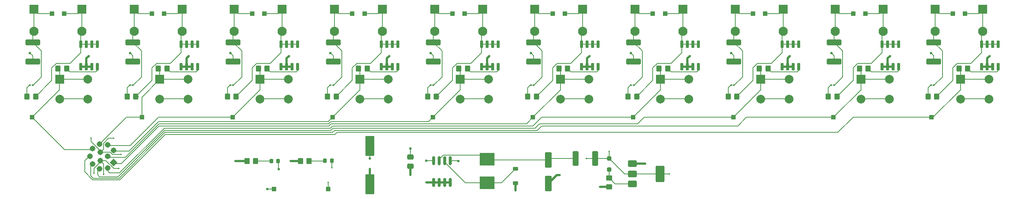
<source format=gtl>
G04 #@! TF.GenerationSoftware,KiCad,Pcbnew,9.0.0*
G04 #@! TF.CreationDate,2025-04-14T19:04:45-07:00*
G04 #@! TF.ProjectId,solenoid_10,736f6c65-6e6f-4696-945f-31302e6b6963,rev?*
G04 #@! TF.SameCoordinates,Original*
G04 #@! TF.FileFunction,Copper,L1,Top*
G04 #@! TF.FilePolarity,Positive*
%FSLAX46Y46*%
G04 Gerber Fmt 4.6, Leading zero omitted, Abs format (unit mm)*
G04 Created by KiCad (PCBNEW 9.0.0) date 2025-04-14 19:04:45*
%MOMM*%
%LPD*%
G01*
G04 APERTURE LIST*
G04 Aperture macros list*
%AMRoundRect*
0 Rectangle with rounded corners*
0 $1 Rounding radius*
0 $2 $3 $4 $5 $6 $7 $8 $9 X,Y pos of 4 corners*
0 Add a 4 corners polygon primitive as box body*
4,1,4,$2,$3,$4,$5,$6,$7,$8,$9,$2,$3,0*
0 Add four circle primitives for the rounded corners*
1,1,$1+$1,$2,$3*
1,1,$1+$1,$4,$5*
1,1,$1+$1,$6,$7*
1,1,$1+$1,$8,$9*
0 Add four rect primitives between the rounded corners*
20,1,$1+$1,$2,$3,$4,$5,0*
20,1,$1+$1,$4,$5,$6,$7,0*
20,1,$1+$1,$6,$7,$8,$9,0*
20,1,$1+$1,$8,$9,$2,$3,0*%
%AMRotRect*
0 Rectangle, with rotation*
0 The origin of the aperture is its center*
0 $1 length*
0 $2 width*
0 $3 Rotation angle, in degrees counterclockwise*
0 Add horizontal line*
21,1,$1,$2,0,0,$3*%
G04 Aperture macros list end*
G04 #@! TA.AperFunction,SMDPad,CuDef*
%ADD10RoundRect,0.250000X0.350000X0.450000X-0.350000X0.450000X-0.350000X-0.450000X0.350000X-0.450000X0*%
G04 #@! TD*
G04 #@! TA.AperFunction,SMDPad,CuDef*
%ADD11R,1.000000X1.000000*%
G04 #@! TD*
G04 #@! TA.AperFunction,SMDPad,CuDef*
%ADD12RoundRect,0.250000X1.450000X-0.400000X1.450000X0.400000X-1.450000X0.400000X-1.450000X-0.400000X0*%
G04 #@! TD*
G04 #@! TA.AperFunction,SMDPad,CuDef*
%ADD13RoundRect,0.250000X-0.350000X-0.450000X0.350000X-0.450000X0.350000X0.450000X-0.350000X0.450000X0*%
G04 #@! TD*
G04 #@! TA.AperFunction,SMDPad,CuDef*
%ADD14RoundRect,0.150000X0.150000X-0.725000X0.150000X0.725000X-0.150000X0.725000X-0.150000X-0.725000X0*%
G04 #@! TD*
G04 #@! TA.AperFunction,SMDPad,CuDef*
%ADD15RoundRect,0.225000X-0.375000X0.225000X-0.375000X-0.225000X0.375000X-0.225000X0.375000X0.225000X0*%
G04 #@! TD*
G04 #@! TA.AperFunction,SMDPad,CuDef*
%ADD16RoundRect,0.100000X-0.130000X-0.100000X0.130000X-0.100000X0.130000X0.100000X-0.130000X0.100000X0*%
G04 #@! TD*
G04 #@! TA.AperFunction,ComponentPad*
%ADD17R,2.000000X2.000000*%
G04 #@! TD*
G04 #@! TA.AperFunction,ComponentPad*
%ADD18C,2.000000*%
G04 #@! TD*
G04 #@! TA.AperFunction,SMDPad,CuDef*
%ADD19RoundRect,0.250000X-0.300000X-0.300000X0.300000X-0.300000X0.300000X0.300000X-0.300000X0.300000X0*%
G04 #@! TD*
G04 #@! TA.AperFunction,SMDPad,CuDef*
%ADD20RoundRect,0.250001X-0.799999X2.049999X-0.799999X-2.049999X0.799999X-2.049999X0.799999X2.049999X0*%
G04 #@! TD*
G04 #@! TA.AperFunction,SMDPad,CuDef*
%ADD21RoundRect,0.218750X-0.218750X-0.256250X0.218750X-0.256250X0.218750X0.256250X-0.218750X0.256250X0*%
G04 #@! TD*
G04 #@! TA.AperFunction,SMDPad,CuDef*
%ADD22RoundRect,0.250000X-0.250000X0.250000X-0.250000X-0.250000X0.250000X-0.250000X0.250000X0.250000X0*%
G04 #@! TD*
G04 #@! TA.AperFunction,SMDPad,CuDef*
%ADD23RoundRect,0.250000X-0.475000X0.337500X-0.475000X-0.337500X0.475000X-0.337500X0.475000X0.337500X0*%
G04 #@! TD*
G04 #@! TA.AperFunction,SMDPad,CuDef*
%ADD24RoundRect,0.250000X-0.750000X-0.500000X0.750000X-0.500000X0.750000X0.500000X-0.750000X0.500000X0*%
G04 #@! TD*
G04 #@! TA.AperFunction,SMDPad,CuDef*
%ADD25RoundRect,0.250000X-0.750000X-1.650000X0.750000X-1.650000X0.750000X1.650000X-0.750000X1.650000X0*%
G04 #@! TD*
G04 #@! TA.AperFunction,SMDPad,CuDef*
%ADD26RoundRect,0.150000X-0.150000X0.825000X-0.150000X-0.825000X0.150000X-0.825000X0.150000X0.825000X0*%
G04 #@! TD*
G04 #@! TA.AperFunction,SMDPad,CuDef*
%ADD27RoundRect,0.250000X-0.550000X1.500000X-0.550000X-1.500000X0.550000X-1.500000X0.550000X1.500000X0*%
G04 #@! TD*
G04 #@! TA.AperFunction,ComponentPad*
%ADD28RotRect,1.308000X1.308000X315.000000*%
G04 #@! TD*
G04 #@! TA.AperFunction,ComponentPad*
%ADD29C,1.308000*%
G04 #@! TD*
G04 #@! TA.AperFunction,SMDPad,CuDef*
%ADD30RoundRect,0.250000X-0.400000X-1.450000X0.400000X-1.450000X0.400000X1.450000X-0.400000X1.450000X0*%
G04 #@! TD*
G04 #@! TA.AperFunction,SMDPad,CuDef*
%ADD31RoundRect,0.250000X-0.450000X0.350000X-0.450000X-0.350000X0.450000X-0.350000X0.450000X0.350000X0*%
G04 #@! TD*
G04 #@! TA.AperFunction,SMDPad,CuDef*
%ADD32R,3.500000X2.950000*%
G04 #@! TD*
G04 #@! TA.AperFunction,ComponentPad*
%ADD33R,2.100000X2.100000*%
G04 #@! TD*
G04 #@! TA.AperFunction,ComponentPad*
%ADD34C,2.100000*%
G04 #@! TD*
G04 #@! TA.AperFunction,ViaPad*
%ADD35C,0.600000*%
G04 #@! TD*
G04 #@! TA.AperFunction,ViaPad*
%ADD36C,0.350000*%
G04 #@! TD*
G04 #@! TA.AperFunction,ViaPad*
%ADD37C,0.500000*%
G04 #@! TD*
G04 #@! TA.AperFunction,Conductor*
%ADD38C,0.200000*%
G04 #@! TD*
G04 #@! TA.AperFunction,Conductor*
%ADD39C,0.500000*%
G04 #@! TD*
G04 APERTURE END LIST*
D10*
X137613376Y-89209500D03*
X135613376Y-89209500D03*
D11*
X228800000Y-94000000D03*
D12*
X159913376Y-81234500D03*
X159913376Y-76784500D03*
X297913376Y-81234500D03*
X297913376Y-76784500D03*
D13*
X257738376Y-82809500D03*
X259738376Y-82809500D03*
D14*
X147958376Y-82384500D03*
X149228376Y-82384500D03*
X150498376Y-82384500D03*
X151768376Y-82384500D03*
X151768376Y-77234500D03*
X150498376Y-77234500D03*
X149228376Y-77234500D03*
X147958376Y-77234500D03*
D12*
X228913376Y-81234500D03*
X228913376Y-76784500D03*
D15*
X224800000Y-105850000D03*
X224800000Y-109150000D03*
D11*
X205800000Y-94000000D03*
D16*
X159293376Y-86659500D03*
X159933376Y-86659500D03*
D13*
X165738376Y-82809500D03*
X167738376Y-82809500D03*
D17*
X143088376Y-85309500D03*
D18*
X149588376Y-85309500D03*
X143088376Y-89809500D03*
X149588376Y-89809500D03*
D14*
X285958376Y-82384500D03*
X287228376Y-82384500D03*
X288498376Y-82384500D03*
X289768376Y-82384500D03*
X289768376Y-77234500D03*
X288498376Y-77234500D03*
X287228376Y-77234500D03*
X285958376Y-77234500D03*
X239958376Y-82384500D03*
X241228376Y-82384500D03*
X242498376Y-82384500D03*
X243768376Y-82384500D03*
X243768376Y-77234500D03*
X242498376Y-77234500D03*
X241228376Y-77234500D03*
X239958376Y-77234500D03*
D16*
X113293375Y-86659500D03*
X113933375Y-86659500D03*
D10*
X252613376Y-89209500D03*
X250613376Y-89209500D03*
D13*
X119738375Y-82809500D03*
X121738375Y-82809500D03*
D19*
X302313376Y-70159500D03*
X305113376Y-70159500D03*
D10*
X275613376Y-89209500D03*
X273613376Y-89209500D03*
D13*
X188738376Y-82809500D03*
X190738376Y-82809500D03*
D16*
X182293376Y-86659500D03*
X182933376Y-86659500D03*
D10*
X229613376Y-89209500D03*
X227613376Y-89209500D03*
D20*
X191300000Y-100600000D03*
X191300000Y-109400000D03*
D19*
X141313376Y-70159500D03*
X144113376Y-70159500D03*
D16*
X251293376Y-86659500D03*
X251933376Y-86659500D03*
D10*
X298613376Y-89209500D03*
X296613376Y-89209500D03*
D21*
X181012500Y-104000000D03*
X182587500Y-104000000D03*
D22*
X246300000Y-103500000D03*
X246300000Y-106000000D03*
D16*
X136293376Y-86659500D03*
X136933376Y-86659500D03*
D12*
X182913376Y-81234500D03*
X182913376Y-76784500D03*
D13*
X142738376Y-82809500D03*
X144738376Y-82809500D03*
D12*
X274913376Y-81234500D03*
X274913376Y-76784500D03*
D11*
X181800000Y-110500000D03*
D19*
X187313376Y-70159500D03*
X190113376Y-70159500D03*
D17*
X304088376Y-85309500D03*
D18*
X310588376Y-85309500D03*
X304088376Y-89809500D03*
X310588376Y-89809500D03*
D17*
X258088376Y-85309500D03*
D18*
X264588376Y-85309500D03*
X258088376Y-89809500D03*
X264588376Y-89809500D03*
D17*
X235088376Y-85309500D03*
D18*
X241588376Y-85309500D03*
X235088376Y-89809500D03*
X241588376Y-89809500D03*
D23*
X200645000Y-103162500D03*
X200645000Y-105237500D03*
D17*
X326963376Y-85309500D03*
D18*
X333463376Y-85309500D03*
X326963376Y-89809500D03*
X333463376Y-89809500D03*
D11*
X182800000Y-94000000D03*
D12*
X320788376Y-81234500D03*
X320788376Y-76784500D03*
X113913375Y-81234500D03*
X113913375Y-76784500D03*
D11*
X169300000Y-110500000D03*
D13*
X211738376Y-82809500D03*
X213738376Y-82809500D03*
D16*
X205293376Y-86659500D03*
X205933376Y-86659500D03*
D24*
X251650000Y-104700000D03*
X251650000Y-107000000D03*
D25*
X257950000Y-107000000D03*
D24*
X251650000Y-109300000D03*
D14*
X124958375Y-82384500D03*
X126228375Y-82384500D03*
X127498375Y-82384500D03*
X128768375Y-82384500D03*
X128768375Y-77234500D03*
X127498375Y-77234500D03*
X126228375Y-77234500D03*
X124958375Y-77234500D03*
D19*
X256313376Y-70159500D03*
X259113376Y-70159500D03*
D14*
X308958376Y-82384500D03*
X310228376Y-82384500D03*
X311498376Y-82384500D03*
X312768376Y-82384500D03*
X312768376Y-77234500D03*
X311498376Y-77234500D03*
X310228376Y-77234500D03*
X308958376Y-77234500D03*
D19*
X279313376Y-70159500D03*
X282113376Y-70159500D03*
D13*
X280738376Y-82809500D03*
X282738376Y-82809500D03*
D21*
X168712500Y-104075000D03*
X170287500Y-104075000D03*
D19*
X164313376Y-70159500D03*
X167113376Y-70159500D03*
D10*
X114613375Y-89209500D03*
X112613375Y-89209500D03*
D14*
X262958376Y-82384500D03*
X264228376Y-82384500D03*
X265498376Y-82384500D03*
X266768376Y-82384500D03*
X266768376Y-77234500D03*
X265498376Y-77234500D03*
X264228376Y-77234500D03*
X262958376Y-77234500D03*
D26*
X209800000Y-104000000D03*
X208530000Y-104000000D03*
X207260000Y-104000000D03*
X205990000Y-104000000D03*
X205990000Y-108950000D03*
X207260000Y-108950000D03*
X208530000Y-108950000D03*
X209800000Y-108950000D03*
D27*
X232300000Y-103800000D03*
X232300000Y-109200000D03*
D13*
X163125000Y-104100000D03*
X165125000Y-104100000D03*
D16*
X228293376Y-86659500D03*
X228933376Y-86659500D03*
D13*
X326613376Y-82809500D03*
X328613376Y-82809500D03*
D16*
X274293376Y-86659500D03*
X274933376Y-86659500D03*
D10*
X321488376Y-89209500D03*
X319488376Y-89209500D03*
D19*
X210313376Y-70159500D03*
X213113376Y-70159500D03*
D13*
X175400000Y-104050000D03*
X177400000Y-104050000D03*
D14*
X216958376Y-82384500D03*
X218228376Y-82384500D03*
X219498376Y-82384500D03*
X220768376Y-82384500D03*
X220768376Y-77234500D03*
X219498376Y-77234500D03*
X218228376Y-77234500D03*
X216958376Y-77234500D03*
D12*
X205913376Y-81234500D03*
X205913376Y-76784500D03*
D28*
X132524371Y-104428356D03*
D29*
X132525078Y-101573766D03*
X131128542Y-100328551D03*
X129263195Y-100195615D03*
X127704024Y-101228698D03*
X127100155Y-102999293D03*
X127702610Y-104769888D03*
X129261781Y-105804385D03*
X131127128Y-105671449D03*
X131100258Y-103000000D03*
X129449871Y-102046820D03*
X129449871Y-103953180D03*
D10*
X160613376Y-89209500D03*
X158613376Y-89209500D03*
X183613376Y-89209500D03*
X181613376Y-89209500D03*
D13*
X303738376Y-82809500D03*
X305738376Y-82809500D03*
D11*
X251800000Y-94000000D03*
X274800000Y-94000000D03*
D17*
X189088376Y-85309500D03*
D18*
X195588376Y-85309500D03*
X189088376Y-89809500D03*
X195588376Y-89809500D03*
D10*
X206613376Y-89209500D03*
X204613376Y-89209500D03*
D19*
X233313376Y-70159500D03*
X236113376Y-70159500D03*
D11*
X320300000Y-94000000D03*
D16*
X320168376Y-86659500D03*
X320808376Y-86659500D03*
D17*
X212088376Y-85309500D03*
D18*
X218588376Y-85309500D03*
X212088376Y-89809500D03*
X218588376Y-89809500D03*
D19*
X118313375Y-70159500D03*
X121113375Y-70159500D03*
D14*
X331833376Y-82384500D03*
X333103376Y-82384500D03*
X334373376Y-82384500D03*
X335643376Y-82384500D03*
X335643376Y-77234500D03*
X334373376Y-77234500D03*
X333103376Y-77234500D03*
X331833376Y-77234500D03*
D12*
X251913376Y-81234500D03*
X251913376Y-76784500D03*
D11*
X139000000Y-94000000D03*
X159800000Y-94000000D03*
X113800000Y-94000000D03*
D14*
X170958376Y-82384500D03*
X172228376Y-82384500D03*
X173498376Y-82384500D03*
X174768376Y-82384500D03*
X174768376Y-77234500D03*
X173498376Y-77234500D03*
X172228376Y-77234500D03*
X170958376Y-77234500D03*
D19*
X325188376Y-70159500D03*
X327988376Y-70159500D03*
D16*
X297293376Y-86659500D03*
X297933376Y-86659500D03*
D17*
X166088376Y-85309500D03*
D18*
X172588376Y-85309500D03*
X166088376Y-89809500D03*
X172588376Y-89809500D03*
D30*
X238575000Y-103500000D03*
X243025000Y-103500000D03*
D17*
X281088376Y-85309500D03*
D18*
X287588376Y-85309500D03*
X281088376Y-89809500D03*
X287588376Y-89809500D03*
D31*
X246300000Y-108000000D03*
X246300000Y-110000000D03*
D32*
X218300000Y-109100000D03*
X218300000Y-103650000D03*
D17*
X120088375Y-85309500D03*
D18*
X126588375Y-85309500D03*
X120088375Y-89809500D03*
X126588375Y-89809500D03*
D12*
X136913376Y-81234500D03*
X136913376Y-76784500D03*
D11*
X297800000Y-94000000D03*
D13*
X234738376Y-82809500D03*
X236738376Y-82809500D03*
D14*
X193958376Y-82384500D03*
X195228376Y-82384500D03*
X196498376Y-82384500D03*
X197768376Y-82384500D03*
X197768376Y-77234500D03*
X196498376Y-77234500D03*
X195228376Y-77234500D03*
X193958376Y-77234500D03*
D33*
X125213375Y-69219500D03*
D34*
X125213375Y-74299500D03*
D33*
X160213376Y-69219500D03*
D34*
X160213376Y-74299500D03*
D33*
X321088376Y-69219500D03*
D34*
X321088376Y-74299500D03*
D33*
X206213376Y-69219500D03*
D34*
X206213376Y-74299500D03*
D33*
X229213376Y-69219500D03*
D34*
X229213376Y-74299500D03*
D33*
X194213376Y-69219500D03*
D34*
X194213376Y-74299500D03*
D33*
X240213376Y-69219500D03*
D34*
X240213376Y-74299500D03*
D33*
X252213376Y-69219500D03*
D34*
X252213376Y-74299500D03*
D33*
X148213376Y-69219500D03*
D34*
X148213376Y-74299500D03*
D33*
X183213376Y-69219500D03*
D34*
X183213376Y-74299500D03*
D33*
X298213376Y-69219500D03*
D34*
X298213376Y-74299500D03*
D33*
X263213376Y-69219500D03*
D34*
X263213376Y-74299500D03*
D33*
X137213376Y-69219500D03*
D34*
X137213376Y-74299500D03*
D33*
X309213376Y-69219500D03*
D34*
X309213376Y-74299500D03*
D33*
X171213376Y-69219500D03*
D34*
X171213376Y-74299500D03*
D33*
X114213375Y-69219500D03*
D34*
X114213375Y-74299500D03*
D33*
X286213376Y-69219500D03*
D34*
X286213376Y-74299500D03*
D33*
X275213376Y-69219500D03*
D34*
X275213376Y-74299500D03*
D33*
X332088376Y-69219500D03*
D34*
X332088376Y-74299500D03*
D33*
X217213376Y-69219500D03*
D34*
X217213376Y-74299500D03*
D35*
X191300000Y-103500000D03*
D36*
X134200000Y-102550000D03*
X132500000Y-98850000D03*
D35*
X182300001Y-79250000D03*
X251300001Y-79250000D03*
X274300001Y-79250000D03*
X320175001Y-79250000D03*
X200645000Y-101155000D03*
X228300001Y-79250000D03*
X204250000Y-104000000D03*
X211650000Y-104050000D03*
X297300001Y-79250000D03*
X113300000Y-79250000D03*
X170400000Y-105900000D03*
X136300001Y-79250000D03*
X167800000Y-110500000D03*
D36*
X127350000Y-98850000D03*
D35*
X205300001Y-79250000D03*
X159300001Y-79250000D03*
D37*
X160450000Y-104100000D03*
D36*
X133700000Y-105800000D03*
D37*
X204300000Y-109000000D03*
X264800001Y-79900000D03*
X195800001Y-79900000D03*
X244150000Y-110000000D03*
X149800001Y-79900000D03*
D36*
X130200000Y-107150000D03*
D37*
X200650000Y-107250000D03*
X224800000Y-110800000D03*
X234950000Y-107250000D03*
D36*
X128000000Y-106850000D03*
D37*
X218800001Y-79900000D03*
X126800000Y-79900000D03*
X254550000Y-104650000D03*
X172800001Y-79900000D03*
X333675001Y-79900000D03*
X191350000Y-105850000D03*
X173150000Y-104050000D03*
X241800001Y-79900000D03*
X310800001Y-79900000D03*
X287800001Y-79900000D03*
D36*
X246300000Y-101900000D03*
X241000000Y-103500000D03*
X260100000Y-107000000D03*
X181800000Y-108950000D03*
X182587500Y-105562500D03*
D38*
X136913376Y-81234500D02*
X136913376Y-79863375D01*
X211600000Y-104000000D02*
X211650000Y-104050000D01*
X320788376Y-81234500D02*
X320788376Y-79863375D01*
X205913376Y-79863375D02*
X205300001Y-79250000D01*
X228913376Y-79863375D02*
X228300001Y-79250000D01*
X132221448Y-102550000D02*
X134200000Y-102550000D01*
X251913376Y-81234500D02*
X251913376Y-79863375D01*
X274913376Y-81234500D02*
X274913376Y-79863375D01*
X297913376Y-79863375D02*
X297300001Y-79250000D01*
X205990000Y-104000000D02*
X204250000Y-104000000D01*
X169300000Y-110500000D02*
X167800000Y-110500000D01*
X159913376Y-81234500D02*
X159913376Y-79863375D01*
X127350000Y-99562284D02*
X129449871Y-101662155D01*
X191300000Y-100600000D02*
X191300000Y-103500000D01*
X131327229Y-98850000D02*
X132500000Y-98850000D01*
X130168195Y-101328496D02*
X130168195Y-100009034D01*
X320788376Y-79863375D02*
X320175001Y-79250000D01*
X274913376Y-79863375D02*
X274300001Y-79250000D01*
X251913376Y-79863375D02*
X251300001Y-79250000D01*
X182913376Y-81234500D02*
X182913376Y-79863375D01*
X127350000Y-98850000D02*
X127350000Y-99562284D01*
X129449871Y-101662155D02*
X129449871Y-102046820D01*
X113913375Y-79863375D02*
X113300000Y-79250000D01*
X159913376Y-79863375D02*
X159300001Y-79250000D01*
X170375000Y-104075000D02*
X170375000Y-105875000D01*
X297913376Y-81234500D02*
X297913376Y-79863375D01*
X131718268Y-102046820D02*
X132221448Y-102550000D01*
X182913376Y-79863375D02*
X182300001Y-79250000D01*
X129449871Y-102046820D02*
X131718268Y-102046820D01*
X113913375Y-81234500D02*
X113913375Y-79863375D01*
X200645000Y-103162500D02*
X200645000Y-101155000D01*
X205913376Y-81234500D02*
X205913376Y-79863375D01*
X170375000Y-105875000D02*
X170400000Y-105900000D01*
X129449871Y-102046820D02*
X130168195Y-101328496D01*
X209800000Y-104000000D02*
X211600000Y-104000000D01*
X228913376Y-81234500D02*
X228913376Y-79863375D01*
X200650000Y-101150000D02*
X200645000Y-101155000D01*
X130168195Y-100009034D02*
X131327229Y-98850000D01*
X136913376Y-79863375D02*
X136300001Y-79250000D01*
D39*
X331833376Y-82384500D02*
X334373376Y-82384500D01*
X310228376Y-80471625D02*
X310800001Y-79900000D01*
X195228376Y-82384500D02*
X195228376Y-80471625D01*
D38*
X129449871Y-103953180D02*
X130688723Y-103953180D01*
D39*
X310228376Y-82384500D02*
X310228376Y-80471625D01*
X205990000Y-108950000D02*
X209800000Y-108950000D01*
X264228376Y-80471625D02*
X264800001Y-79900000D01*
D38*
X129449871Y-104302491D02*
X128000000Y-105752362D01*
D39*
X264228376Y-82384500D02*
X264228376Y-80471625D01*
X234250000Y-107250000D02*
X234950000Y-107250000D01*
X170958376Y-82384500D02*
X173498376Y-82384500D01*
X239958376Y-82384500D02*
X242498376Y-82384500D01*
X175400000Y-104050000D02*
X173150000Y-104050000D01*
X124958375Y-82384500D02*
X127498375Y-82384500D01*
X287228376Y-80471625D02*
X287800001Y-79900000D01*
X333103376Y-80471625D02*
X333675001Y-79900000D01*
X147958376Y-82384500D02*
X150498376Y-82384500D01*
X191300000Y-109400000D02*
X191300000Y-105900000D01*
X126228375Y-80471625D02*
X126800000Y-79900000D01*
X254500000Y-104700000D02*
X254550000Y-104650000D01*
X333103376Y-82384500D02*
X333103376Y-80471625D01*
D38*
X132535543Y-105800000D02*
X133700000Y-105800000D01*
D39*
X172228376Y-80471625D02*
X172800001Y-79900000D01*
X191300000Y-105900000D02*
X191350000Y-105850000D01*
X172228376Y-82384500D02*
X172228376Y-80471625D01*
X218228376Y-82384500D02*
X218228376Y-80471625D01*
X200645000Y-105237500D02*
X200645000Y-107245000D01*
X308958376Y-82384500D02*
X311498376Y-82384500D01*
X204350000Y-108950000D02*
X204300000Y-109000000D01*
X218228376Y-80471625D02*
X218800001Y-79900000D01*
X149228376Y-82384500D02*
X149228376Y-80471625D01*
X205990000Y-108950000D02*
X204350000Y-108950000D01*
X193958376Y-82384500D02*
X196498376Y-82384500D01*
X251650000Y-104700000D02*
X254500000Y-104700000D01*
X246300000Y-110000000D02*
X244150000Y-110000000D01*
D38*
X130688723Y-103953180D02*
X132535543Y-105800000D01*
D39*
X262958376Y-82384500D02*
X265498376Y-82384500D01*
X195228376Y-80471625D02*
X195800001Y-79900000D01*
D38*
X128000000Y-105752362D02*
X128000000Y-106850000D01*
D39*
X241228376Y-80471625D02*
X241800001Y-79900000D01*
X224800000Y-109150000D02*
X224800000Y-110800000D01*
X149228376Y-80471625D02*
X149800001Y-79900000D01*
X216958376Y-82384500D02*
X219498376Y-82384500D01*
D38*
X130200000Y-104703309D02*
X130200000Y-107150000D01*
D39*
X200645000Y-107245000D02*
X200650000Y-107250000D01*
D38*
X129449871Y-103953180D02*
X129449871Y-104302491D01*
D39*
X241228376Y-82384500D02*
X241228376Y-80471625D01*
X287228376Y-82384500D02*
X287228376Y-80471625D01*
X163125000Y-104100000D02*
X160450000Y-104100000D01*
D38*
X129449871Y-103953180D02*
X130200000Y-104703309D01*
D39*
X126228375Y-82384500D02*
X126228375Y-80471625D01*
X285958376Y-82384500D02*
X288498376Y-82384500D01*
X232300000Y-109200000D02*
X234250000Y-107250000D01*
D38*
X218300000Y-103650000D02*
X217374000Y-102724000D01*
X218450000Y-103800000D02*
X218300000Y-103650000D01*
X208189032Y-102724000D02*
X207260000Y-103653032D01*
X217374000Y-102724000D02*
X208189032Y-102724000D01*
X207260000Y-103653032D02*
X207260000Y-104000000D01*
X207260000Y-104974999D02*
X207260000Y-104000000D01*
X232300000Y-103800000D02*
X218450000Y-103800000D01*
X232600000Y-103500000D02*
X232300000Y-103800000D01*
X238575000Y-103500000D02*
X232600000Y-103500000D01*
X113913375Y-76784500D02*
X113913375Y-74599500D01*
X115914375Y-78785500D02*
X113913375Y-76784500D01*
X118313375Y-70159500D02*
X115153375Y-70159500D01*
X114213375Y-69219500D02*
X114213375Y-74299500D01*
X114020875Y-86659500D02*
X115914375Y-84766000D01*
X115914375Y-84766000D02*
X115914375Y-78785500D01*
X115153375Y-70159500D02*
X114213375Y-69219500D01*
X113913375Y-74599500D02*
X114213375Y-74299500D01*
X124958375Y-77234500D02*
X128768375Y-77234500D01*
X118300000Y-82661715D02*
X119361715Y-81600000D01*
X125213375Y-74299500D02*
X125213375Y-69219500D01*
X121113375Y-70159500D02*
X124273375Y-70159500D01*
X124958375Y-74554500D02*
X125213375Y-74299500D01*
X118300000Y-85522875D02*
X118300000Y-82661715D01*
X124958375Y-79141625D02*
X124958375Y-77234500D01*
X119361715Y-81600000D02*
X122500000Y-81600000D01*
X122500000Y-81600000D02*
X124958375Y-79141625D01*
X124958375Y-77234500D02*
X124958375Y-74554500D01*
X114613375Y-89209500D02*
X118300000Y-85522875D01*
X124273375Y-70159500D02*
X125213375Y-69219500D01*
X114613375Y-89209500D02*
X115213375Y-89209500D01*
X208530000Y-104000000D02*
X208530000Y-103653032D01*
X208530000Y-104000000D02*
X208530000Y-104346968D01*
X208530000Y-104346968D02*
X213283032Y-109100000D01*
X213283032Y-109100000D02*
X218300000Y-109100000D01*
X221550000Y-109100000D02*
X224800000Y-105850000D01*
X218300000Y-109100000D02*
X221550000Y-109100000D01*
X138914376Y-84766000D02*
X138914376Y-78785500D01*
X136913376Y-74599500D02*
X137213376Y-74299500D01*
X137213376Y-69219500D02*
X137213376Y-74299500D01*
X137020876Y-86659500D02*
X138914376Y-84766000D01*
X136913376Y-76784500D02*
X136913376Y-74599500D01*
X141313376Y-70159500D02*
X138153376Y-70159500D01*
X138153376Y-70159500D02*
X137213376Y-69219500D01*
X138914376Y-78785500D02*
X136913376Y-76784500D01*
X145500001Y-81600000D02*
X147958376Y-79141625D01*
X144113376Y-70159500D02*
X147273376Y-70159500D01*
X141300001Y-82661715D02*
X142361716Y-81600000D01*
X148213376Y-74299500D02*
X148213376Y-69219500D01*
X147958376Y-79141625D02*
X147958376Y-77234500D01*
X137613376Y-89209500D02*
X138213376Y-89209500D01*
X147273376Y-70159500D02*
X148213376Y-69219500D01*
X147958376Y-77234500D02*
X151768376Y-77234500D01*
X147958376Y-77234500D02*
X147958376Y-74554500D01*
X142361716Y-81600000D02*
X145500001Y-81600000D01*
X137613376Y-89209500D02*
X141300001Y-85522875D01*
X141300001Y-85522875D02*
X141300001Y-82661715D01*
X147958376Y-74554500D02*
X148213376Y-74299500D01*
X170958376Y-74554500D02*
X171213376Y-74299500D01*
X171213376Y-74299500D02*
X171213376Y-69219500D01*
X164300001Y-85522875D02*
X164300001Y-82661715D01*
X170958376Y-77234500D02*
X174768376Y-77234500D01*
X160613376Y-89209500D02*
X161213376Y-89209500D01*
X167113376Y-70159500D02*
X170273376Y-70159500D01*
X165361716Y-81600000D02*
X168500001Y-81600000D01*
X170273376Y-70159500D02*
X171213376Y-69219500D01*
X168500001Y-81600000D02*
X170958376Y-79141625D01*
X170958376Y-77234500D02*
X170958376Y-74554500D01*
X170958376Y-79141625D02*
X170958376Y-77234500D01*
X164300001Y-82661715D02*
X165361716Y-81600000D01*
X160613376Y-89209500D02*
X164300001Y-85522875D01*
X161914376Y-84766000D02*
X161914376Y-78785500D01*
X164313376Y-70159500D02*
X161153376Y-70159500D01*
X160020876Y-86659500D02*
X161914376Y-84766000D01*
X159913376Y-76784500D02*
X159913376Y-74599500D01*
X161914376Y-78785500D02*
X159913376Y-76784500D01*
X159913376Y-74599500D02*
X160213376Y-74299500D01*
X161153376Y-70159500D02*
X160213376Y-69219500D01*
X160213376Y-69219500D02*
X160213376Y-74299500D01*
X187300001Y-82661715D02*
X188361716Y-81600000D01*
X193958376Y-79141625D02*
X193958376Y-77234500D01*
X183613376Y-89209500D02*
X184213376Y-89209500D01*
X193273376Y-70159500D02*
X194213376Y-69219500D01*
X193958376Y-77234500D02*
X193958376Y-74554500D01*
X190113376Y-70159500D02*
X193273376Y-70159500D01*
X183613376Y-89209500D02*
X187300001Y-85522875D01*
X187300001Y-85522875D02*
X187300001Y-82661715D01*
X188361716Y-81600000D02*
X191500001Y-81600000D01*
X193958376Y-74554500D02*
X194213376Y-74299500D01*
X191500001Y-81600000D02*
X193958376Y-79141625D01*
X194213376Y-74299500D02*
X194213376Y-69219500D01*
X193958376Y-77234500D02*
X197768376Y-77234500D01*
X183020876Y-86659500D02*
X184914376Y-84766000D01*
X184153376Y-70159500D02*
X183213376Y-69219500D01*
X187313376Y-70159500D02*
X184153376Y-70159500D01*
X182913376Y-76784500D02*
X182913376Y-74599500D01*
X183213376Y-69219500D02*
X183213376Y-74299500D01*
X184914376Y-84766000D02*
X184914376Y-78785500D01*
X184914376Y-78785500D02*
X182913376Y-76784500D01*
X182913376Y-74599500D02*
X183213376Y-74299500D01*
X206020876Y-86659500D02*
X207914376Y-84766000D01*
X206213376Y-69219500D02*
X206213376Y-74299500D01*
X205913376Y-74599500D02*
X206213376Y-74299500D01*
X210313376Y-70159500D02*
X207153376Y-70159500D01*
X205913376Y-76784500D02*
X205913376Y-74599500D01*
X207914376Y-84766000D02*
X207914376Y-78785500D01*
X207914376Y-78785500D02*
X205913376Y-76784500D01*
X207153376Y-70159500D02*
X206213376Y-69219500D01*
X216958376Y-79141625D02*
X216958376Y-77234500D01*
X213113376Y-70159500D02*
X216273376Y-70159500D01*
X217213376Y-74299500D02*
X217213376Y-69219500D01*
X214500001Y-81600000D02*
X216958376Y-79141625D01*
X216958376Y-77234500D02*
X220768376Y-77234500D01*
X216273376Y-70159500D02*
X217213376Y-69219500D01*
X211361716Y-81600000D02*
X214500001Y-81600000D01*
X206613376Y-89209500D02*
X210300001Y-85522875D01*
X216958376Y-77234500D02*
X216958376Y-74554500D01*
X216958376Y-74554500D02*
X217213376Y-74299500D01*
X206613376Y-89209500D02*
X207213376Y-89209500D01*
X210300001Y-85522875D02*
X210300001Y-82661715D01*
X210300001Y-82661715D02*
X211361716Y-81600000D01*
X229613376Y-89209500D02*
X233300001Y-85522875D01*
X240213376Y-74299500D02*
X240213376Y-69219500D01*
X239958376Y-77234500D02*
X239958376Y-74554500D01*
X229613376Y-89209500D02*
X230213376Y-89209500D01*
X233300001Y-82661715D02*
X234361716Y-81600000D01*
X234361716Y-81600000D02*
X237500001Y-81600000D01*
X239958376Y-79141625D02*
X239958376Y-77234500D01*
X239958376Y-74554500D02*
X240213376Y-74299500D01*
X239273376Y-70159500D02*
X240213376Y-69219500D01*
X236113376Y-70159500D02*
X239273376Y-70159500D01*
X239958376Y-77234500D02*
X243768376Y-77234500D01*
X233300001Y-85522875D02*
X233300001Y-82661715D01*
X237500001Y-81600000D02*
X239958376Y-79141625D01*
X230153376Y-70159500D02*
X229213376Y-69219500D01*
X229020876Y-86659500D02*
X230914376Y-84766000D01*
X230914376Y-78785500D02*
X228913376Y-76784500D01*
X233313376Y-70159500D02*
X230153376Y-70159500D01*
X229213376Y-69219500D02*
X229213376Y-74299500D01*
X230914376Y-84766000D02*
X230914376Y-78785500D01*
X228913376Y-76784500D02*
X228913376Y-74599500D01*
X228913376Y-74599500D02*
X229213376Y-74299500D01*
X256300001Y-85522875D02*
X256300001Y-82661715D01*
X262958376Y-77234500D02*
X266768376Y-77234500D01*
X252613376Y-89209500D02*
X256300001Y-85522875D01*
X257361716Y-81600000D02*
X260500001Y-81600000D01*
X256300001Y-82661715D02*
X257361716Y-81600000D01*
X260500001Y-81600000D02*
X262958376Y-79141625D01*
X262958376Y-77234500D02*
X262958376Y-74554500D01*
X262958376Y-79141625D02*
X262958376Y-77234500D01*
X263213376Y-74299500D02*
X263213376Y-69219500D01*
X252613376Y-89209500D02*
X253213376Y-89209500D01*
X262273376Y-70159500D02*
X263213376Y-69219500D01*
X262958376Y-74554500D02*
X263213376Y-74299500D01*
X259113376Y-70159500D02*
X262273376Y-70159500D01*
X251913376Y-76784500D02*
X251913376Y-74599500D01*
X253153376Y-70159500D02*
X252213376Y-69219500D01*
X252213376Y-69219500D02*
X252213376Y-74299500D01*
X251913376Y-74599500D02*
X252213376Y-74299500D01*
X253914376Y-78785500D02*
X251913376Y-76784500D01*
X252020876Y-86659500D02*
X253914376Y-84766000D01*
X256313376Y-70159500D02*
X253153376Y-70159500D01*
X253914376Y-84766000D02*
X253914376Y-78785500D01*
X276153376Y-70159500D02*
X275213376Y-69219500D01*
X274913376Y-76784500D02*
X274913376Y-74599500D01*
X274913376Y-74599500D02*
X275213376Y-74299500D01*
X275213376Y-69219500D02*
X275213376Y-74299500D01*
X276914376Y-78785500D02*
X274913376Y-76784500D01*
X279313376Y-70159500D02*
X276153376Y-70159500D01*
X275020876Y-86659500D02*
X276914376Y-84766000D01*
X276914376Y-84766000D02*
X276914376Y-78785500D01*
X285273376Y-70159500D02*
X286213376Y-69219500D01*
X279300001Y-82661715D02*
X280361716Y-81600000D01*
X283500001Y-81600000D02*
X285958376Y-79141625D01*
X285958376Y-79141625D02*
X285958376Y-77234500D01*
X279300001Y-85522875D02*
X279300001Y-82661715D01*
X285958376Y-77234500D02*
X285958376Y-74554500D01*
X280361716Y-81600000D02*
X283500001Y-81600000D01*
X285958376Y-74554500D02*
X286213376Y-74299500D01*
X286213376Y-74299500D02*
X286213376Y-69219500D01*
X275613376Y-89209500D02*
X276213376Y-89209500D01*
X275613376Y-89209500D02*
X279300001Y-85522875D01*
X285958376Y-77234500D02*
X289768376Y-77234500D01*
X282113376Y-70159500D02*
X285273376Y-70159500D01*
X297913376Y-74599500D02*
X298213376Y-74299500D01*
X299153376Y-70159500D02*
X298213376Y-69219500D01*
X299914376Y-78785500D02*
X297913376Y-76784500D01*
X302313376Y-70159500D02*
X299153376Y-70159500D01*
X299914376Y-84766000D02*
X299914376Y-78785500D01*
X298020876Y-86659500D02*
X299914376Y-84766000D01*
X298213376Y-69219500D02*
X298213376Y-74299500D01*
X297913376Y-76784500D02*
X297913376Y-74599500D01*
X308273376Y-70159500D02*
X309213376Y-69219500D01*
X306500001Y-81600000D02*
X308958376Y-79141625D01*
X309213376Y-74299500D02*
X309213376Y-69219500D01*
X302300001Y-82661715D02*
X303361716Y-81600000D01*
X303361716Y-81600000D02*
X306500001Y-81600000D01*
X308958376Y-77234500D02*
X312768376Y-77234500D01*
X308958376Y-77234500D02*
X308958376Y-74554500D01*
X302300001Y-85522875D02*
X302300001Y-82661715D01*
X305113376Y-70159500D02*
X308273376Y-70159500D01*
X298613376Y-89209500D02*
X302300001Y-85522875D01*
X308958376Y-79141625D02*
X308958376Y-77234500D01*
X308958376Y-74554500D02*
X309213376Y-74299500D01*
X298613376Y-89209500D02*
X299213376Y-89209500D01*
X325175001Y-85522875D02*
X325175001Y-82661715D01*
X326236716Y-81600000D02*
X329375001Y-81600000D01*
X331148376Y-70159500D02*
X332088376Y-69219500D01*
X321488376Y-89209500D02*
X325175001Y-85522875D01*
X331833376Y-74554500D02*
X332088376Y-74299500D01*
X329375001Y-81600000D02*
X331833376Y-79141625D01*
X331833376Y-77234500D02*
X331833376Y-74554500D01*
X327988376Y-70159500D02*
X331148376Y-70159500D01*
X332088376Y-74299500D02*
X332088376Y-69219500D01*
X331833376Y-79141625D02*
X331833376Y-77234500D01*
X325175001Y-82661715D02*
X326236716Y-81600000D01*
X321488376Y-89209500D02*
X322088376Y-89209500D01*
X331833376Y-77234500D02*
X335643376Y-77234500D01*
X321088376Y-69219500D02*
X321088376Y-74299500D01*
X322789376Y-84766000D02*
X322789376Y-78785500D01*
X322789376Y-78785500D02*
X320788376Y-76784500D01*
X325188376Y-70159500D02*
X322028376Y-70159500D01*
X320895876Y-86659500D02*
X322789376Y-84766000D01*
X320788376Y-74599500D02*
X321088376Y-74299500D01*
X320788376Y-76784500D02*
X320788376Y-74599500D01*
X322028376Y-70159500D02*
X321088376Y-69219500D01*
X251650000Y-109300000D02*
X247600000Y-109300000D01*
X247600000Y-109300000D02*
X246300000Y-108000000D01*
X246300000Y-106000000D02*
X246300000Y-108000000D01*
X251650000Y-107000000D02*
X249800000Y-107000000D01*
X333462176Y-89798900D02*
X326962176Y-89798900D01*
X264587176Y-89798900D02*
X258087176Y-89798900D01*
X241587176Y-89798900D02*
X235087176Y-89798900D01*
X195587176Y-89798900D02*
X189087176Y-89798900D01*
X243025000Y-103500000D02*
X241000000Y-103500000D01*
X172587176Y-89798900D02*
X166087176Y-89798900D01*
X218587176Y-89798900D02*
X212087176Y-89798900D01*
X243025000Y-103500000D02*
X246300000Y-103500000D01*
X257950000Y-107000000D02*
X260100000Y-107000000D01*
X249800000Y-107000000D02*
X246300000Y-103500000D01*
X257950000Y-107000000D02*
X251650000Y-107000000D01*
X149587176Y-89798900D02*
X143087176Y-89798900D01*
X126587175Y-89798900D02*
X120087175Y-89798900D01*
X246300000Y-103500000D02*
X246300000Y-101900000D01*
X182587500Y-104000000D02*
X182587500Y-105562500D01*
X181800000Y-108950000D02*
X181800000Y-108900000D01*
X310587176Y-89798900D02*
X304087176Y-89798900D01*
X287587176Y-89798900D02*
X281087176Y-89798900D01*
X181800000Y-110500000D02*
X181800000Y-108950000D01*
X258087176Y-87712825D02*
X258087176Y-85298900D01*
X258088376Y-85309500D02*
X258088376Y-83159500D01*
X130700000Y-105870000D02*
X131580000Y-106750000D01*
X264588376Y-85309500D02*
X258088376Y-85309500D01*
X230800000Y-94000000D02*
X251800000Y-94000000D01*
X131580000Y-106750000D02*
X133887200Y-106750000D01*
X228800000Y-96000000D02*
X230800000Y-94000000D01*
X133887200Y-106750000D02*
X144137200Y-96500000D01*
X251800000Y-94000000D02*
X258088376Y-87711625D01*
X144137200Y-96500000D02*
X182300000Y-96500000D01*
X182800000Y-96000000D02*
X228800000Y-96000000D01*
X258088376Y-83159500D02*
X257738376Y-82809500D01*
X182300000Y-96500000D02*
X182800000Y-96000000D01*
X212087176Y-87712825D02*
X212087176Y-85298900D01*
X212088376Y-85309500D02*
X212088376Y-83159500D01*
X212088376Y-83159500D02*
X211738376Y-82809500D01*
X182367100Y-95000000D02*
X204800000Y-95000000D01*
X135167100Y-103200000D02*
X142867100Y-95500000D01*
X181867100Y-95500000D02*
X182367100Y-95000000D01*
X142867100Y-95500000D02*
X181867100Y-95500000D01*
X130670000Y-103200000D02*
X135167100Y-103200000D01*
X205800000Y-94000000D02*
X212088375Y-87711625D01*
X204800000Y-95000000D02*
X205800000Y-94000000D01*
X218588376Y-85309500D02*
X212088376Y-85309500D01*
X183300000Y-97000000D02*
X229800000Y-97000000D01*
X229800000Y-97000000D02*
X230800000Y-96000000D01*
X127845388Y-108049000D02*
X133722400Y-108049000D01*
X277800000Y-94000000D02*
X297800000Y-94000000D01*
X297800000Y-94000000D02*
X304088375Y-87711625D01*
X127270000Y-107473612D02*
X127845388Y-108049000D01*
X230800000Y-96000000D02*
X275800000Y-96000000D01*
X304088376Y-83159500D02*
X303738376Y-82809500D01*
X144271400Y-97500000D02*
X182800000Y-97500000D01*
X304088376Y-85309500D02*
X304088376Y-83159500D01*
X133722400Y-108049000D02*
X144271400Y-97500000D01*
X304087176Y-87712825D02*
X304087176Y-85298900D01*
X182800000Y-97500000D02*
X183300000Y-97000000D01*
X275800000Y-96000000D02*
X277800000Y-94000000D01*
X127270000Y-104970000D02*
X127270000Y-107473612D01*
X310588376Y-85309500D02*
X304088376Y-85309500D01*
X281087176Y-87712825D02*
X281087176Y-85298900D01*
X287588376Y-85309500D02*
X281088376Y-85309500D01*
X129298000Y-107698000D02*
X133506300Y-107698000D01*
X128830000Y-106000000D02*
X128830000Y-107230000D01*
X254300000Y-94000000D02*
X274800000Y-94000000D01*
X229266450Y-96533550D02*
X230300000Y-95500000D01*
X144204300Y-97000000D02*
X182367100Y-97000000D01*
X252800000Y-95500000D02*
X254300000Y-94000000D01*
X281088376Y-85309500D02*
X281088376Y-83159500D01*
X274800000Y-94000000D02*
X281088375Y-87711625D01*
X133506300Y-107698000D02*
X144204300Y-97000000D01*
X128830000Y-107230000D02*
X129298000Y-107698000D01*
X182833550Y-96533550D02*
X229266450Y-96533550D01*
X230300000Y-95500000D02*
X252800000Y-95500000D01*
X281088376Y-83159500D02*
X280738376Y-82809500D01*
X182367100Y-97000000D02*
X182833550Y-96533550D01*
X135458810Y-94000000D02*
X139000000Y-94000000D01*
X139000000Y-89397876D02*
X143088376Y-85309500D01*
X143088376Y-83159500D02*
X142738376Y-82809500D01*
X129263195Y-100195615D02*
X135458810Y-94000000D01*
X139000000Y-94000000D02*
X139000000Y-89397876D01*
X143088376Y-85309500D02*
X143088376Y-83159500D01*
X149588376Y-85309500D02*
X143088376Y-85309500D01*
X241588376Y-85309500D02*
X235088376Y-85309500D01*
X132090000Y-104630000D02*
X134304200Y-104630000D01*
X182434200Y-95500000D02*
X227300000Y-95500000D01*
X235087176Y-87712825D02*
X235087176Y-85298900D01*
X181934200Y-96000000D02*
X182434200Y-95500000D01*
X142934200Y-96000000D02*
X181934200Y-96000000D01*
X228800000Y-94000000D02*
X235088375Y-87711625D01*
X235088376Y-85309500D02*
X235088376Y-83159500D01*
X235088376Y-83159500D02*
X234738376Y-82809500D01*
X227300000Y-95500000D02*
X228800000Y-94000000D01*
X134304200Y-104630000D02*
X142934200Y-96000000D01*
X181800000Y-95000000D02*
X182800000Y-94000000D01*
X182800000Y-94000000D02*
X189088375Y-87711625D01*
X136030000Y-101770000D02*
X142800000Y-95000000D01*
X195588376Y-85309500D02*
X189088376Y-85309500D01*
X189087176Y-87712825D02*
X189087176Y-85298900D01*
X189088376Y-85309500D02*
X189088376Y-83159500D01*
X142800000Y-95000000D02*
X181800000Y-95000000D01*
X189088376Y-83159500D02*
X188738376Y-82809500D01*
X132090000Y-101770000D02*
X136030000Y-101770000D01*
X125850000Y-104020000D02*
X125850000Y-106550000D01*
X326963376Y-85309500D02*
X326963376Y-83159500D01*
X126670000Y-103200000D02*
X125850000Y-104020000D01*
X326962176Y-87712825D02*
X326962176Y-85298900D01*
X302300000Y-94000000D02*
X320300000Y-94000000D01*
X183800000Y-97500000D02*
X298800000Y-97500000D01*
X133938498Y-108400000D02*
X144338498Y-98000000D01*
X298800000Y-97500000D02*
X302300000Y-94000000D01*
X333463376Y-85309500D02*
X326963376Y-85309500D01*
X320300000Y-94000000D02*
X320650000Y-94000000D01*
X125850000Y-106550000D02*
X127700000Y-108400000D01*
X144338498Y-98000000D02*
X183300000Y-98000000D01*
X320650000Y-94000000D02*
X326963376Y-87686624D01*
X127700000Y-108400000D02*
X133938498Y-108400000D01*
X326963376Y-83159500D02*
X326613376Y-82809500D01*
X183300000Y-98000000D02*
X183800000Y-97500000D01*
X120087175Y-87712825D02*
X120087175Y-85298900D01*
X121230000Y-101430000D02*
X113800000Y-94000000D01*
X120088375Y-83159500D02*
X119738375Y-82809500D01*
X127270000Y-101430000D02*
X121230000Y-101430000D01*
X113800000Y-94000000D02*
X120087175Y-87712825D01*
X120088375Y-85309500D02*
X120088375Y-83159500D01*
X126588375Y-85309500D02*
X120088375Y-85309500D01*
X166088376Y-83159500D02*
X165738376Y-82809500D01*
X142800000Y-94000000D02*
X159800000Y-94000000D01*
X172588376Y-85309500D02*
X166088376Y-85309500D01*
X130700000Y-100530000D02*
X136270000Y-100530000D01*
X159800000Y-94000000D02*
X166088375Y-87711625D01*
X136270000Y-100530000D02*
X142800000Y-94000000D01*
X166088376Y-85309500D02*
X166088376Y-83159500D01*
X166087176Y-87712825D02*
X166087176Y-85298900D01*
X168600000Y-104100000D02*
X168625000Y-104075000D01*
X165125000Y-104100000D02*
X168600000Y-104100000D01*
X165150000Y-104075000D02*
X165125000Y-104100000D01*
X180875000Y-104050000D02*
X180925000Y-104000000D01*
X177450000Y-104000000D02*
X177400000Y-104050000D01*
X177400000Y-104050000D02*
X180875000Y-104050000D01*
X112613375Y-87252000D02*
X113205875Y-86659500D01*
X112613375Y-89209500D02*
X112613375Y-87252000D01*
X135613376Y-87252000D02*
X136205876Y-86659500D01*
X135613376Y-89209500D02*
X135613376Y-87252000D01*
X158613376Y-87252000D02*
X159205876Y-86659500D01*
X158613376Y-89209500D02*
X158613376Y-87252000D01*
X181613376Y-87252000D02*
X182205876Y-86659500D01*
X181613376Y-89209500D02*
X181613376Y-87252000D01*
X204613376Y-89209500D02*
X204613376Y-87252000D01*
X204613376Y-87252000D02*
X205205876Y-86659500D01*
X227613376Y-87252000D02*
X228205876Y-86659500D01*
X227613376Y-89209500D02*
X227613376Y-87252000D01*
X250613376Y-89209500D02*
X250613376Y-87252000D01*
X250613376Y-87252000D02*
X251205876Y-86659500D01*
X273613376Y-89209500D02*
X273613376Y-87252000D01*
X273613376Y-87252000D02*
X274205876Y-86659500D01*
X296613376Y-87252000D02*
X297205876Y-86659500D01*
X296613376Y-89209500D02*
X296613376Y-87252000D01*
X319488376Y-87252000D02*
X320080876Y-86659500D01*
X319488376Y-89209500D02*
X319488376Y-87252000D01*
X128768375Y-82384500D02*
X128768375Y-83259499D01*
X128467374Y-83560500D02*
X122489375Y-83560500D01*
X122489375Y-83560500D02*
X121738375Y-82809500D01*
X128768375Y-83259499D02*
X128467374Y-83560500D01*
X151467375Y-83560500D02*
X145489376Y-83560500D01*
X145489376Y-83560500D02*
X144738376Y-82809500D01*
X151768376Y-83259499D02*
X151467375Y-83560500D01*
X151768376Y-82384500D02*
X151768376Y-83259499D01*
X174768376Y-83259499D02*
X174467375Y-83560500D01*
X174768376Y-82384500D02*
X174768376Y-83259499D01*
X168489376Y-83560500D02*
X167738376Y-82809500D01*
X174467375Y-83560500D02*
X168489376Y-83560500D01*
X197467375Y-83560500D02*
X191489376Y-83560500D01*
X197768376Y-83259499D02*
X197467375Y-83560500D01*
X197768376Y-82384500D02*
X197768376Y-83259499D01*
X191489376Y-83560500D02*
X190738376Y-82809500D01*
X220768376Y-83259499D02*
X220467375Y-83560500D01*
X220768376Y-82384500D02*
X220768376Y-83259499D01*
X214489376Y-83560500D02*
X213738376Y-82809500D01*
X220467375Y-83560500D02*
X214489376Y-83560500D01*
X237489376Y-83560500D02*
X236738376Y-82809500D01*
X243467375Y-83560500D02*
X237489376Y-83560500D01*
X243768376Y-83259499D02*
X243467375Y-83560500D01*
X243768376Y-82384500D02*
X243768376Y-83259499D01*
X260489376Y-83560500D02*
X259738376Y-82809500D01*
X266467375Y-83560500D02*
X260489376Y-83560500D01*
X266768376Y-83259499D02*
X266467375Y-83560500D01*
X266768376Y-82384500D02*
X266768376Y-83259499D01*
X289768376Y-82384500D02*
X289768376Y-83259499D01*
X283489376Y-83560500D02*
X282738376Y-82809500D01*
X289467375Y-83560500D02*
X283489376Y-83560500D01*
X289768376Y-83259499D02*
X289467375Y-83560500D01*
X312768376Y-82384500D02*
X312768376Y-83259499D01*
X306489376Y-83560500D02*
X305738376Y-82809500D01*
X312467375Y-83560500D02*
X306489376Y-83560500D01*
X312768376Y-83259499D02*
X312467375Y-83560500D01*
X335643376Y-83259499D02*
X335342375Y-83560500D01*
X335342375Y-83560500D02*
X329364376Y-83560500D01*
X329364376Y-83560500D02*
X328613376Y-82809500D01*
X335643376Y-82384500D02*
X335643376Y-83259499D01*
M02*

</source>
